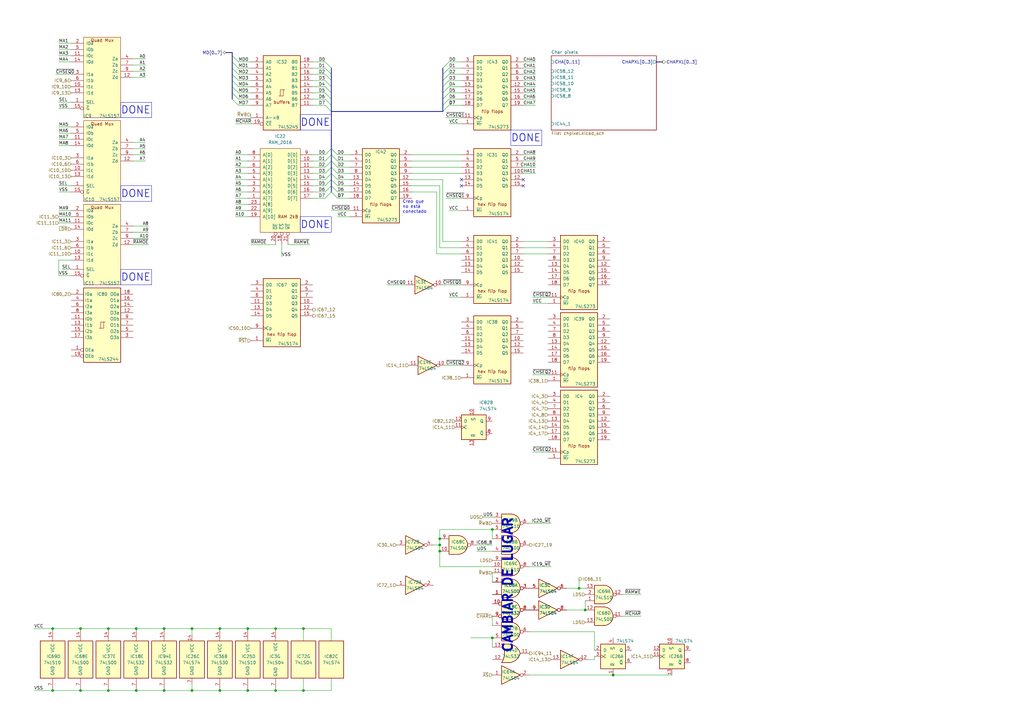
<source format=kicad_sch>
(kicad_sch (version 20231120) (generator "eeschema") (generator_version "8.0")
  (paper "A3")
  (junction (at 101.6 283.21))
  (junction (at 90.17 257.81))
  (junction (at 44.45 257.81))
  (junction (at 67.31 257.81))
  (junction (at 113.03 283.21))
  (junction (at 33.02 257.81))
  (junction (at 78.74 257.81))
  (junction (at 90.17 283.21))
  (junction (at 113.03 257.81))
  (junction (at 55.88 283.21))
  (junction (at 101.6 257.81))
  (junction (at 240.03 250.19))
  (junction (at 201.93 261.62))
  (junction (at 124.46 283.21))
  (junction (at 237.49 241.3))
  (junction (at 55.88 257.81))
  (junction (at 180.34 223.52))
  (junction (at 180.34 226.06))
  (junction (at 21.59 283.21))
  (junction (at 78.74 283.21))
  (junction (at 180.34 220.98))
  (junction (at 67.31 283.21))
  (junction (at 251.46 276.86))
  (junction (at 33.02 283.21))
  (junction (at 44.45 283.21))
  (junction (at 21.59 257.81))
  (junction (at 201.93 217.17))
  (junction (at 124.46 257.81))
  (no_connect (at 214.63 76.2))
  (no_connect (at 189.23 76.2))
  (no_connect (at 189.23 73.66))
  (no_connect (at 214.63 73.66))
  (bus_entry (at 95.25 25.4) (size 2.54 2.54))
  (bus_entry (at 133.35 27.94) (size 2.54 2.54))
  (bus_entry (at 133.35 38.1) (size 2.54 2.54))
  (bus_entry (at 133.35 76.2) (size 2.54 -2.54))
  (bus_entry (at 133.35 73.66) (size 2.54 -2.54))
  (bus_entry (at 95.25 27.94) (size 2.54 2.54))
  (bus_entry (at 184.15 25.4) (size -2.54 2.54))
  (bus_entry (at 138.43 78.74) (size -2.54 -2.54))
  (bus_entry (at 95.25 33.02) (size 2.54 2.54))
  (bus_entry (at 95.25 30.48) (size 2.54 2.54))
  (bus_entry (at 133.35 71.12) (size 2.54 -2.54))
  (bus_entry (at 184.15 43.18) (size -2.54 2.54))
  (bus_entry (at 184.15 30.48) (size -2.54 2.54))
  (bus_entry (at 95.25 22.86) (size 2.54 2.54))
  (bus_entry (at 133.35 66.04) (size 2.54 -2.54))
  (bus_entry (at 95.25 40.64) (size 2.54 2.54))
  (bus_entry (at 138.43 68.58) (size -2.54 -2.54))
  (bus_entry (at 138.43 71.12) (size -2.54 -2.54))
  (bus_entry (at 138.43 63.5) (size -2.54 -2.54))
  (bus_entry (at 133.35 78.74) (size 2.54 -2.54))
  (bus_entry (at 133.35 81.28) (size 2.54 -2.54))
  (bus_entry (at 138.43 81.28) (size -2.54 -2.54))
  (bus_entry (at 138.43 73.66) (size -2.54 -2.54))
  (bus_entry (at 184.15 40.64) (size -2.54 2.54))
  (bus_entry (at 133.35 68.58) (size 2.54 -2.54))
  (bus_entry (at 95.25 35.56) (size 2.54 2.54))
  (bus_entry (at 184.15 33.02) (size -2.54 2.54))
  (bus_entry (at 95.25 38.1) (size 2.54 2.54))
  (bus_entry (at 133.35 25.4) (size 2.54 2.54))
  (bus_entry (at 133.35 33.02) (size 2.54 2.54))
  (bus_entry (at 138.43 66.04) (size -2.54 -2.54))
  (bus_entry (at 133.35 35.56) (size 2.54 2.54))
  (bus_entry (at 184.15 27.94) (size -2.54 2.54))
  (bus_entry (at 138.43 76.2) (size -2.54 -2.54))
  (bus_entry (at 133.35 40.64) (size 2.54 2.54))
  (bus_entry (at 133.35 63.5) (size 2.54 -2.54))
  (bus_entry (at 184.15 35.56) (size -2.54 2.54))
  (bus_entry (at 184.15 38.1) (size -2.54 2.54))
  (bus_entry (at 133.35 30.48) (size 2.54 2.54))
  (bus_entry (at 133.35 43.18) (size 2.54 2.54))
  (bus (pts (xy 135.89 33.02) (xy 135.89 35.56)))
  (wire (pts (xy 138.43 71.12) (xy 143.51 71.12)))
  (wire (pts (xy 219.71 71.12) (xy 214.63 71.12)))
  (wire (pts (xy 78.74 283.21) (xy 67.31 283.21)))
  (bus (pts (xy 95.25 40.64) (xy 95.25 38.1)))
  (wire (pts (xy 78.74 280.67) (xy 78.74 283.21)))
  (wire (pts (xy 168.91 73.66) (xy 181.61 73.66)))
  (wire (pts (xy 13.97 257.81) (xy 21.59 257.81)))
  (wire (pts (xy 181.61 73.66) (xy 181.61 99.06)))
  (wire (pts (xy 184.15 33.02) (xy 189.23 33.02)))
  (wire (pts (xy 180.34 217.17) (xy 201.93 217.17)))
  (wire (pts (xy 179.07 104.14) (xy 189.23 104.14)))
  (wire (pts (xy 124.46 262.89) (xy 124.46 257.81)))
  (wire (pts (xy 24.13 44.45) (xy 29.21 44.45)))
  (wire (pts (xy 128.27 38.1) (xy 133.35 38.1)))
  (wire (pts (xy 214.63 38.1) (xy 219.71 38.1)))
  (bus (pts (xy 135.89 38.1) (xy 135.89 40.64)))
  (wire (pts (xy 184.15 50.8) (xy 189.23 50.8)))
  (bus (pts (xy 95.25 25.4) (xy 95.25 22.86)))
  (bus (pts (xy 135.89 40.64) (xy 135.89 43.18)))
  (wire (pts (xy 201.93 217.17) (xy 201.93 220.98)))
  (wire (pts (xy 138.43 68.58) (xy 143.51 68.58)))
  (wire (pts (xy 24.13 25.4) (xy 29.21 25.4)))
  (wire (pts (xy 13.97 283.21) (xy 21.59 283.21)))
  (wire (pts (xy 25.4 110.49) (xy 29.21 110.49)))
  (bus (pts (xy 95.25 22.86) (xy 95.25 21.59)))
  (wire (pts (xy 96.52 71.12) (xy 101.6 71.12)))
  (wire (pts (xy 214.63 43.18) (xy 219.71 43.18)))
  (bus (pts (xy 181.61 35.56) (xy 181.61 38.1)))
  (wire (pts (xy 168.91 78.74) (xy 179.07 78.74)))
  (wire (pts (xy 97.79 43.18) (xy 102.87 43.18)))
  (wire (pts (xy 21.59 257.81) (xy 33.02 257.81)))
  (wire (pts (xy 97.79 27.94) (xy 102.87 27.94)))
  (wire (pts (xy 262.89 243.84) (xy 255.27 243.84)))
  (wire (pts (xy 219.71 66.04) (xy 214.63 66.04)))
  (wire (pts (xy 135.89 86.36) (xy 143.51 86.36)))
  (wire (pts (xy 78.74 257.81) (xy 90.17 257.81)))
  (wire (pts (xy 115.57 105.41) (xy 115.57 100.33)))
  (wire (pts (xy 219.71 68.58) (xy 214.63 68.58)))
  (wire (pts (xy 241.3 270.51) (xy 243.84 270.51)))
  (bus (pts (xy 135.89 43.18) (xy 135.89 45.72)))
  (wire (pts (xy 158.75 116.84) (xy 166.37 116.84)))
  (wire (pts (xy 182.88 48.26) (xy 189.23 48.26)))
  (wire (pts (xy 78.74 283.21) (xy 90.17 283.21)))
  (wire (pts (xy 219.71 63.5) (xy 214.63 63.5)))
  (bus (pts (xy 95.25 30.48) (xy 95.25 27.94)))
  (wire (pts (xy 180.34 76.2) (xy 180.34 101.6)))
  (wire (pts (xy 54.61 31.75) (xy 59.69 31.75)))
  (wire (pts (xy 138.43 66.04) (xy 143.51 66.04)))
  (wire (pts (xy 24.13 78.74) (xy 29.21 78.74)))
  (bus (pts (xy 135.89 73.66) (xy 135.89 76.2)))
  (wire (pts (xy 97.79 38.1) (xy 102.87 38.1)))
  (wire (pts (xy 214.63 101.6) (xy 224.79 101.6)))
  (wire (pts (xy 218.44 124.46) (xy 224.79 124.46)))
  (wire (pts (xy 218.44 121.92) (xy 224.79 121.92)))
  (wire (pts (xy 124.46 257.81) (xy 113.03 257.81)))
  (wire (pts (xy 128.27 35.56) (xy 133.35 35.56)))
  (wire (pts (xy 184.15 27.94) (xy 189.23 27.94)))
  (wire (pts (xy 96.52 76.2) (xy 101.6 76.2)))
  (wire (pts (xy 60.96 92.71) (xy 54.61 92.71)))
  (wire (pts (xy 201.93 252.73) (xy 201.93 256.54)))
  (wire (pts (xy 44.45 257.81) (xy 55.88 257.81)))
  (wire (pts (xy 168.91 63.5) (xy 189.23 63.5)))
  (wire (pts (xy 214.63 35.56) (xy 219.71 35.56)))
  (wire (pts (xy 96.52 86.36) (xy 101.6 86.36)))
  (bus (pts (xy 135.89 45.72) (xy 135.89 60.96)))
  (wire (pts (xy 96.52 50.8) (xy 102.87 50.8)))
  (wire (pts (xy 135.89 262.89) (xy 135.89 257.81)))
  (wire (pts (xy 168.91 76.2) (xy 180.34 76.2)))
  (wire (pts (xy 67.31 257.81) (xy 78.74 257.81)))
  (bus (pts (xy 269.24 25.4) (xy 271.78 25.4)))
  (wire (pts (xy 90.17 283.21) (xy 101.6 283.21)))
  (wire (pts (xy 78.74 260.35) (xy 78.74 257.81)))
  (wire (pts (xy 240.03 241.3) (xy 237.49 241.3)))
  (bus (pts (xy 135.89 68.58) (xy 135.89 71.12)))
  (wire (pts (xy 128.27 27.94) (xy 133.35 27.94)))
  (wire (pts (xy 128.27 25.4) (xy 133.35 25.4)))
  (wire (pts (xy 214.63 99.06) (xy 224.79 99.06)))
  (wire (pts (xy 195.58 226.06) (xy 201.93 226.06)))
  (wire (pts (xy 128.27 71.12) (xy 133.35 71.12)))
  (wire (pts (xy 138.43 63.5) (xy 143.51 63.5)))
  (wire (pts (xy 97.79 40.64) (xy 102.87 40.64)))
  (wire (pts (xy 214.63 30.48) (xy 219.71 30.48)))
  (wire (pts (xy 184.15 35.56) (xy 189.23 35.56)))
  (wire (pts (xy 24.13 41.91) (xy 29.21 41.91)))
  (wire (pts (xy 96.52 63.5) (xy 101.6 63.5)))
  (bus (pts (xy 135.89 27.94) (xy 135.89 30.48)))
  (wire (pts (xy 128.27 43.18) (xy 133.35 43.18)))
  (wire (pts (xy 128.27 63.5) (xy 133.35 63.5)))
  (wire (pts (xy 96.52 88.9) (xy 101.6 88.9)))
  (wire (pts (xy 180.34 223.52) (xy 180.34 226.06)))
  (wire (pts (xy 44.45 283.21) (xy 55.88 283.21)))
  (wire (pts (xy 237.49 237.49) (xy 237.49 241.3)))
  (wire (pts (xy 24.13 91.44) (xy 29.21 91.44)))
  (wire (pts (xy 243.84 259.08) (xy 243.84 266.7)))
  (wire (pts (xy 180.34 226.06) (xy 180.34 232.41)))
  (wire (pts (xy 193.04 261.62) (xy 201.93 261.62)))
  (wire (pts (xy 33.02 283.21) (xy 44.45 283.21)))
  (bus (pts (xy 181.61 43.18) (xy 181.61 45.72)))
  (wire (pts (xy 232.41 241.3) (xy 237.49 241.3)))
  (wire (pts (xy 138.43 88.9) (xy 143.51 88.9)))
  (wire (pts (xy 180.34 101.6) (xy 189.23 101.6)))
  (bus (pts (xy 135.89 35.56) (xy 135.89 38.1)))
  (bus (pts (xy 181.61 40.64) (xy 181.61 43.18)))
  (wire (pts (xy 201.93 261.62) (xy 201.93 265.43)))
  (wire (pts (xy 128.27 68.58) (xy 133.35 68.58)))
  (wire (pts (xy 24.13 52.07) (xy 29.21 52.07)))
  (wire (pts (xy 182.88 81.28) (xy 189.23 81.28)))
  (wire (pts (xy 54.61 26.67) (xy 59.69 26.67)))
  (bus (pts (xy 135.89 63.5) (xy 135.89 66.04)))
  (wire (pts (xy 138.43 76.2) (xy 143.51 76.2)))
  (wire (pts (xy 168.91 71.12) (xy 189.23 71.12)))
  (wire (pts (xy 138.43 73.66) (xy 143.51 73.66)))
  (wire (pts (xy 24.13 59.69) (xy 29.21 59.69)))
  (wire (pts (xy 214.63 27.94) (xy 219.71 27.94)))
  (wire (pts (xy 180.34 220.98) (xy 180.34 223.52)))
  (wire (pts (xy 135.89 283.21) (xy 124.46 283.21)))
  (wire (pts (xy 214.63 25.4) (xy 219.71 25.4)))
  (wire (pts (xy 180.34 220.98) (xy 180.34 217.17)))
  (wire (pts (xy 24.13 20.32) (xy 29.21 20.32)))
  (wire (pts (xy 251.46 276.86) (xy 275.59 276.86)))
  (wire (pts (xy 60.96 97.79) (xy 54.61 97.79)))
  (wire (pts (xy 54.61 66.04) (xy 59.69 66.04)))
  (wire (pts (xy 128.27 30.48) (xy 133.35 30.48)))
  (wire (pts (xy 214.63 40.64) (xy 219.71 40.64)))
  (wire (pts (xy 97.79 25.4) (xy 102.87 25.4)))
  (bus (pts (xy 135.89 30.48) (xy 135.89 33.02)))
  (wire (pts (xy 96.52 66.04) (xy 101.6 66.04)))
  (wire (pts (xy 184.15 30.48) (xy 189.23 30.48)))
  (wire (pts (xy 201.93 234.95) (xy 201.93 238.76)))
  (wire (pts (xy 201.93 232.41) (xy 180.34 232.41)))
  (wire (pts (xy 24.13 86.36) (xy 29.21 86.36)))
  (bus (pts (xy 95.25 27.94) (xy 95.25 25.4)))
  (wire (pts (xy 24.13 76.2) (xy 29.21 76.2)))
  (bus (pts (xy 135.89 71.12) (xy 135.89 73.66)))
  (wire (pts (xy 184.15 43.18) (xy 189.23 43.18)))
  (bus (pts (xy 135.89 66.04) (xy 135.89 68.58)))
  (wire (pts (xy 240.03 250.19) (xy 232.41 250.19)))
  (wire (pts (xy 128.27 81.28) (xy 133.35 81.28)))
  (bus (pts (xy 181.61 38.1) (xy 181.61 40.64)))
  (wire (pts (xy 218.44 185.42) (xy 224.79 185.42)))
  (wire (pts (xy 90.17 257.81) (xy 101.6 257.81)))
  (wire (pts (xy 128.27 78.74) (xy 133.35 78.74)))
  (wire (pts (xy 24.13 88.9) (xy 29.21 88.9)))
  (wire (pts (xy 243.84 270.51) (xy 243.84 269.24)))
  (wire (pts (xy 127 100.33) (xy 118.11 100.33)))
  (wire (pts (xy 97.79 33.02) (xy 102.87 33.02)))
  (bus (pts (xy 95.25 35.56) (xy 95.25 33.02)))
  (wire (pts (xy 24.13 57.15) (xy 29.21 57.15)))
  (bus (pts (xy 95.25 38.1) (xy 95.25 35.56)))
  (wire (pts (xy 201.93 223.52) (xy 195.58 223.52)))
  (wire (pts (xy 168.91 66.04) (xy 189.23 66.04)))
  (bus (pts (xy 181.61 33.02) (xy 181.61 35.56)))
  (wire (pts (xy 184.15 86.36) (xy 189.23 86.36)))
  (wire (pts (xy 184.15 40.64) (xy 189.23 40.64)))
  (wire (pts (xy 33.02 257.81) (xy 44.45 257.81)))
  (wire (pts (xy 101.6 257.81) (xy 113.03 257.81)))
  (wire (pts (xy 217.17 276.86) (xy 251.46 276.86)))
  (bus (pts (xy 95.25 33.02) (xy 95.25 30.48)))
  (bus (pts (xy 92.71 21.59) (xy 95.25 21.59)))
  (wire (pts (xy 55.88 283.21) (xy 67.31 283.21)))
  (bus (pts (xy 181.61 45.72) (xy 135.89 45.72)))
  (wire (pts (xy 113.03 100.33) (xy 102.87 100.33)))
  (wire (pts (xy 168.91 68.58) (xy 189.23 68.58)))
  (wire (pts (xy 184.15 38.1) (xy 189.23 38.1)))
  (wire (pts (xy 179.07 78.74) (xy 179.07 104.14)))
  (wire (pts (xy 135.89 278.13) (xy 135.89 283.21)))
  (wire (pts (xy 128.27 40.64) (xy 133.35 40.64)))
  (wire (pts (xy 128.27 73.66) (xy 133.35 73.66)))
  (wire (pts (xy 97.79 35.56) (xy 102.87 35.56)))
  (wire (pts (xy 181.61 99.06) (xy 189.23 99.06)))
  (wire (pts (xy 54.61 24.13) (xy 59.69 24.13)))
  (wire (pts (xy 184.15 25.4) (xy 189.23 25.4)))
  (bus (pts (xy 181.61 27.94) (xy 181.61 30.48)))
  (wire (pts (xy 97.79 30.48) (xy 102.87 30.48)))
  (wire (pts (xy 24.13 106.68) (xy 29.21 106.68)))
  (wire (pts (xy 96.52 73.66) (xy 101.6 73.66)))
  (wire (pts (xy 102.87 46.99) (xy 102.87 48.26)))
  (wire (pts (xy 262.89 252.73) (xy 255.27 252.73)))
  (bus (pts (xy 135.89 60.96) (xy 135.89 63.5)))
  (wire (pts (xy 24.13 106.68) (xy 24.13 113.03)))
  (wire (pts (xy 214.63 104.14) (xy 224.79 104.14)))
  (wire (pts (xy 96.52 83.82) (xy 101.6 83.82)))
  (wire (pts (xy 59.69 58.42) (xy 54.61 58.42)))
  (wire (pts (xy 54.61 60.96) (xy 59.69 60.96)))
  (bus (pts (xy 135.89 76.2) (xy 135.89 78.74)))
  (wire (pts (xy 24.13 22.86) (xy 29.21 22.86)))
  (wire (pts (xy 54.61 95.25) (xy 60.96 95.25)))
  (wire (pts (xy 101.6 283.21) (xy 113.03 283.21)))
  (wire (pts (xy 243.84 259.08) (xy 217.17 259.08)))
  (wire (pts (xy 124.46 278.13) (xy 124.46 283.21)))
  (wire (pts (xy 128.27 76.2) (xy 133.35 76.2)))
  (wire (pts (xy 138.43 81.28) (xy 143.51 81.28)))
  (bus (pts (xy 181.61 30.48) (xy 181.61 33.02)))
  (wire (pts (xy 184.15 121.92) (xy 189.23 121.92)))
  (wire (pts (xy 198.12 212.09) (xy 201.93 212.09)))
  (wire (pts (xy 60.96 100.33) (xy 54.61 100.33)))
  (wire (pts (xy 135.89 257.81) (xy 124.46 257.81)))
  (wire (pts (xy 24.13 113.03) (xy 29.21 113.03)))
  (wire (pts (xy 96.52 78.74) (xy 101.6 78.74)))
  (wire (pts (xy 138.43 78.74) (xy 143.51 78.74)))
  (wire (pts (xy 181.61 116.84) (xy 189.23 116.84)))
  (wire (pts (xy 21.59 283.21) (xy 33.02 283.21)))
  (wire (pts (xy 182.88 149.86) (xy 189.23 149.86)))
  (wire (pts (xy 54.61 29.21) (xy 59.69 29.21)))
  (wire (pts (xy 226.06 232.41) (xy 217.17 232.41)))
  (wire (pts (xy 214.63 33.02) (xy 219.71 33.02)))
  (wire (pts (xy 177.8 223.52) (xy 180.34 223.52)))
  (wire (pts (xy 128.27 66.04) (xy 133.35 66.04)))
  (wire (pts (xy 124.46 283.21) (xy 113.03 283.21)))
  (wire (pts (xy 96.52 68.58) (xy 101.6 68.58)))
  (wire (pts (xy 240.03 246.38) (xy 240.03 250.19)))
  (wire (pts (xy 128.27 33.02) (xy 133.35 33.02)))
  (wire (pts (xy 24.13 54.61) (xy 29.21 54.61)))
  (wire (pts (xy 218.44 153.67) (xy 224.79 153.67)))
  (wire (pts (xy 55.88 257.81) (xy 67.31 257.81)))
  (wire (pts (xy 54.61 63.5) (xy 59.69 63.5)))
  (wire (pts (xy 96.52 81.28) (xy 101.6 81.28)))
  (wire (pts (xy 22.86 30.48) (xy 29.21 30.48)))
  (wire (pts (xy 24.13 17.78) (xy 29.21 17.78)))
  (wire (pts (xy 226.06 214.63) (xy 217.17 214.63)))
  (rectangle (start 49.53 76.2) (end 62.23 82.55) (fill (type color) (color 255 255 255 1)))
  (rectangle (start 49.53 41.91) (end 62.23 48.26) (fill (type color) (color 255 255 255 1)))
  (rectangle (start 49.53 110.49) (end 62.23 116.84) (fill (type color) (color 255 255 255 1)))
  (rectangle (start 123.19 88.9) (end 135.89 95.25) (fill (type color) (color 255 255 255 1)))
  (rectangle (start 209.55 53.34) (end 222.25 59.69) (fill (type color) (color 255 255 255 1)))
  (rectangle (start 123.19 46.99) (end 135.89 53.34) (fill (type color) (color 255 255 255 1)))
  (text "DONE" (at 49.53 81.28 0) (effects (font (size 3 3) (thickness 0.254) (bold yes)) (justify left bottom)))
  (text "CAMBIAR DE LUGAR\n" (at 208.28 240.03 90) (effects (font (size 3.81 3.81) (thickness 0.762) (bold yes))))
  (text "DONE" (at 209.55 58.42 0) (effects (font (size 3 3) (thickness 0.254) (bold yes)) (justify left bottom)))
  (text "DONE" (at 123.19 93.98 0) (effects (font (size 3 3) (thickness 0.254) (bold yes)) (justify left bottom)))
  (text "DONE" (at 49.53 46.99 0) (effects (font (size 3 3) (thickness 0.254) (bold yes)) (justify left bottom)))
  (text "Creo que\nno está\nconectado" (at 165.1 87.63 0) (effects (font (size 1.27 1.27)) (justify left bottom)))
  (text "DONE" (at 123.19 52.07 0) (effects (font (size 3 3) (thickness 0.254) (bold yes)) (justify left bottom)))
  (text "DONE" (at 49.53 115.57 0) (effects (font (size 3 3) (thickness 0.254) (bold yes)) (justify left bottom)))
  (label "A6" (at 59.69 63.5 180))
  (label "CHA1" (at 219.71 27.94 180))
  (label "UDS" (at 195.58 226.06 0))
  (label "CHA10" (at 219.71 68.58 180))
  (label "A2" (at 59.69 29.21 180))
  (label "VCC" (at 138.43 88.9 0))
  (label "VSS" (at 24.13 113.03 0))
  (label "D3" (at 133.35 33.02 180))
  (label "MA6" (at 24.13 54.61 0))
  (label "MD3" (at 97.79 33.02 0))
  (label "CHA7" (at 219.71 43.18 180))
  (label "MA8" (at 24.13 59.69 0))
  (label "MA3" (at 24.13 22.86 0))
  (label "A1" (at 96.52 66.04 0))
  (label "A2" (at 96.52 68.58 0))
  (label "A5" (at 59.69 60.96 180))
  (label "VSS" (at 13.97 283.21 0))
  (label "D0" (at 138.43 63.5 0))
  (label "A6" (at 96.52 78.74 0))
  (label "D6" (at 133.35 40.64 180))
  (label "SEL" (at 24.13 76.2 0))
  (label "MD6" (at 97.79 40.64 0))
  (label "D4" (at 184.15 35.56 0))
  (label "VCC" (at 13.97 257.81 0))
  (label "VCC" (at 184.15 86.36 0))
  (label "A4" (at 59.69 58.42 180))
  (label "CHA9" (at 219.71 66.04 180))
  (label "D0" (at 133.35 25.4 180))
  (label "A0" (at 96.52 63.5 0))
  (label "CHA0" (at 219.71 25.4 180))
  (label "D6" (at 184.15 40.64 0))
  (label "A0" (at 59.69 24.13 180))
  (label "A3" (at 59.69 31.75 180))
  (label "MA1" (at 24.13 17.78 0))
  (label "A7" (at 59.69 66.04 180))
  (label "MD2" (at 97.79 30.48 0))
  (label "CHA8" (at 219.71 63.5 180))
  (label "D5" (at 133.35 38.1 180))
  (label "D5" (at 138.43 76.2 0))
  (label "VSS" (at 115.57 105.41 0))
  (label "SEL" (at 24.13 41.91 0))
  (label "~{MCHAR}" (at 262.89 252.73 180))
  (label "CHA4" (at 219.71 35.56 180))
  (label "CHA3" (at 219.71 33.02 180))
  (label "D6" (at 138.43 78.74 0))
  (label "VCC" (at 184.15 50.8 0))
  (label "D1" (at 138.43 66.04 0))
  (label "A10" (at 96.52 88.9 0))
  (label "~{CHSEQ0}" (at 22.86 30.48 0))
  (label "D1" (at 133.35 66.04 180))
  (label "A5" (at 96.52 76.2 0))
  (label "D5" (at 133.35 76.2 180))
  (label "D7" (at 138.43 81.28 0))
  (label "A8" (at 60.96 92.71 180))
  (label "UDS" (at 198.12 212.09 0))
  (label "IC68_8" (at 201.93 223.52 180))
  (label "~{CHSEQ2}" (at 218.44 121.92 0))
  (label "~{CHSEQ2}" (at 218.44 185.42 0))
  (label "MA4" (at 24.13 25.4 0))
  (label "MD0" (at 97.79 25.4 0))
  (label "MD4" (at 97.79 35.56 0))
  (label "D2" (at 133.35 68.58 180))
  (label "~{CHSEQ1}" (at 182.88 48.26 0))
  (label "VSS" (at 24.13 78.74 0))
  (label "D3" (at 184.15 33.02 0))
  (label "VCC" (at 218.44 124.46 0))
  (label "D7" (at 184.15 43.18 0))
  (label "MD7" (at 97.79 43.18 0))
  (label "D0" (at 133.35 63.5 180))
  (label "D0" (at 184.15 25.4 0))
  (label "MD5" (at 97.79 38.1 0))
  (label "CHSEQ0" (at 158.75 116.84 0))
  (label "MD1" (at 97.79 27.94 0))
  (label "VCC" (at 184.15 121.92 0))
  (label "D1" (at 184.15 27.94 0))
  (label "A4" (at 96.52 73.66 0))
  (label "~{CHSEQ0}" (at 181.61 116.84 0))
  (label "IC20_~{WE}" (at 226.06 214.63 180))
  (label "D7" (at 138.43 81.28 0))
  (label "D7" (at 133.35 81.28 180))
  (label "D4" (at 133.35 35.56 180))
  (label "D5" (at 184.15 38.1 0))
  (label "~{RAMWE}" (at 127 100.33 180))
  (label "MA7" (at 24.13 57.15 0))
  (label "A9" (at 96.52 86.36 0))
  (label "D4" (at 133.35 73.66 180))
  (label "CHA11" (at 219.71 71.12 180))
  (label "MA11" (at 24.13 91.44 0))
  (label "CHA2" (at 219.71 30.48 180))
  (label "~{CHSEQ2}" (at 182.88 149.86 0))
  (label "CHA6" (at 219.71 40.64 180))
  (label "~{RAMOE}" (at 102.87 100.33 0))
  (label "~{CHSEQ2}" (at 218.44 153.67 0))
  (label "IC19_~{WE}" (at 226.06 232.41 180))
  (label "D6" (at 133.35 78.74 180))
  (label "D1" (at 133.35 27.94 180))
  (label "A1" (at 59.69 26.67 180))
  (label "A3" (at 96.52 71.12 0))
  (label "A7" (at 96.52 81.28 0))
  (label "D3" (at 138.43 71.12 0))
  (label "D2" (at 184.15 30.48 0))
  (label "SEL" (at 25.4 110.49 0))
  (label "A9" (at 60.96 95.25 180))
  (label "A8" (at 96.52 83.82 0))
  (label "D2" (at 133.35 30.48 180))
  (label "~{RAMOE}" (at 60.96 100.33 180))
  (label "MA5" (at 24.13 52.07 0))
  (label "~{CHSEQ1}" (at 182.88 81.28 0))
  (label "~{CHSEQ0}" (at 135.89 86.36 0))
  (label "A10" (at 60.96 97.79 180))
  (label "D2" (at 138.43 68.58 0))
  (label "D4" (at 138.43 73.66 0))
  (label "D7" (at 184.15 43.18 0))
  (label "MA9" (at 24.13 86.36 0))
  (label "~{RAMWE}" (at 262.89 243.84 180))
  (label "D7" (at 133.35 43.18 180))
  (label "VSS" (at 24.13 44.45 0))
  (label "CHA5" (at 219.71 38.1 180))
  (label "~{MCHAR}" (at 96.52 50.8 0))
  (label "D3" (at 133.35 71.12 180))
  (label "MA10" (at 24.13 88.9 0))
  (label "MA2" (at 24.13 20.32 0))
  (hierarchical_label "IC50_10" (shape input) (at 102.87 134.62 180))
  (hierarchical_label "IC82_12" (shape input) (at 186.69 172.72 180))
  (hierarchical_label "IC30_4" (shape input) (at 162.56 223.52 180))
  (hierarchical_label "IC66_11" (shape output) (at 237.49 237.49 0))
  (hierarchical_label "IC67_15" (shape output) (at 128.27 129.54 0))
  (hierarchical_label "~{AS}" (shape input) (at 201.93 276.86 180))
  (hierarchical_label "IC4_13" (shape input) (at 224.79 172.72 180))
  (hierarchical_label "IC9_10" (shape input) (at 29.21 35.56 180))
  (hierarchical_label "IC14_11" (shape input) (at 167.64 149.86 180))
  (hierarchical_label "IC11_5" (shape input) (at 24.13 88.9 180))
  (hierarchical_label "IC10_6" (shape input) (at 29.21 67.31 180))
  (hierarchical_label "~{R}WB" (shape input) (at 102.87 46.99 180))
  (hierarchical_label "~{R}WB" (shape input) (at 201.93 214.63 180))
  (hierarchical_label "IC94_11" (shape output) (at 217.17 267.97 0))
  (hierarchical_label "IC80_2" (shape input) (at 29.21 120.65 180))
  (hierarchical_label "IC38_1" (shape input) (at 224.79 156.21 180))
  (hierarchical_label "IC9_13" (shape input) (at 29.21 38.1 180))
  (hierarchical_label "IC4_3" (shape input) (at 224.79 162.56 180))
  (hierarchical_label "~{LDR}" (shape input) (at 29.21 93.98 180))
  (hierarchical_label "IC4_4" (shape input) (at 224.79 165.1 180))
  (hierarchical_label "IC11_10" (shape input) (at 29.21 104.14 180))
  (hierarchical_label "IC14_11" (shape input) (at 267.97 269.24 180))
  (hierarchical_label "~{CHAR}" (shape input) (at 201.93 252.73 180))
  (hierarchical_label "LDS" (shape input) (at 240.03 243.84 180))
  (hierarchical_label "~{R}WB" (shape input) (at 201.93 234.95 180))
  (hierarchical_label "CHAPXL[0..3]" (shape output) (at 271.78 25.4 0))
  (hierarchical_label "IC72_1" (shape input) (at 162.56 240.03 180))
  (hierarchical_label "IC4_7" (shape input) (at 224.79 167.64 180))
  (hierarchical_label "IC10_13" (shape input) (at 29.21 72.39 180))
  (hierarchical_label "IC9_6" (shape input) (at 29.21 33.02 180))
  (hierarchical_label "IC27_19" (shape output) (at 217.17 223.52 0))
  (hierarchical_label "IC4_17" (shape input) (at 224.79 177.8 180))
  (hierarchical_label "IC67_12" (shape output) (at 128.27 127 0))
  (hierarchical_label "MD[0..7]" (shape bidirectional) (at 92.71 21.59 180))
  (hierarchical_label "IC4_8" (shape input) (at 224.79 170.18 180))
  (hierarchical_label "~{RST}" (shape input) (at 102.87 139.7 180))
  (hierarchical_label "IC10_3" (shape input) (at 29.21 64.77 180))
  (hierarchical_label "IC10_10" (shape input) (at 29.21 69.85 180))
  (hierarchical_label "UDS" (shape input) (at 198.12 212.09 180))
  (hierarchical_label "LDS" (shape input) (at 201.93 229.87 180))
  (hierarchical_label "IC14_13" (shape input) (at 226.06 270.51 180))
  (hierarchical_label "LDS" (shape input) (at 240.03 255.27 180))
  (hierarchical_label "IC11_11" (shape input) (at 24.13 91.44 180))
  (hierarchical_label "IC11_6" (shape input) (at 29.21 101.6 180))
  (hierarchical_label "IC11_3" (shape input) (at 29.21 99.06 180))
  (hierarchical_label "IC4_14" (shape input) (at 224.79 175.26 180))
  (hierarchical_label "IC38_1" (shape input) (at 189.23 154.94 180))
  (hierarchical_label "IC14_11" (shape input) (at 186.69 175.26 180))
  (symbol (lib_id "74xx:74LS32") (at 219.71 313.69 0) (unit 1)
    (property "Reference" "IC94" (at 219.71 312.42 0))
    (property "Value" "74LS32" (at 219.71 314.96 0))
    (property "Datasheet" "http://www.ti.com/lit/gpn/sn74LS32" (effects (hide yes)))
  )
  (symbol (lib_id "jt74:74LS04") (at 250.19 321.31 0) (unit 3)
    (property "Reference" "IC72" (at 250.19 320.04 0))
    (property "Value" "74LS04" (at 250.19 322.58 0))
    (property "Datasheet" "http://www.ti.com/lit/gpn/sn74LS04" (effects (hide yes)))
    (property "Description" "Hex Inverter" (effects (hide yes)))
  )
  (symbol (lib_id "74xx:74LS04") (at 209.55 276.86 0) (unit 1)
    (property "Reference" "IC64" (at 205.74 275.59 0) (effects (justify left)))
    (property "Value" "74LS04" (at 209.55 278.13 0))
    (property "Datasheet" "http://www.ti.com/lit/gpn/sn74LS04" (effects (hide yes)))
  )
  (symbol (lib_id "jt74:74LS244") (at 41.91 133.35 0) (unit 1)
    (property "Reference" "IC80" (at 41.91 120.65 0))
    (property "Value" "74LS244" (at 44.45 147.32 0))
    (property "Datasheet" "http://www.ti.com/lit/gpn/sn74LS244" (effects (hide yes)))
    (property "Description" "8-bit Bus Buffer 3-State outputs" (effects (hide yes)))
  )
  (symbol (lib_id "74xx:74LS32") (at 209.55 250.19 0) (mirror x) (unit 3) (convert 2)
    (property "Reference" "IC18" (at 209.55 248.92 0))
    (property "Value" "74LS32" (at 209.55 251.46 0))
    (property "Datasheet" "http://www.ti.com/lit/gpn/sn74LS32" (effects (hide yes)))
  )
  (symbol (lib_id "jt74:74LS273") (at 237.49 175.26 0) (unit 1)
    (property "Reference" "IC4" (at 237.49 162.56 0))
    (property "Value" "74LS273" (at 240.03 189.23 0))
    (property "Datasheet" "http://www.ti.com/lit/gpn/sn74LS273" (effects (hide yes)))
    (property "Description" "8-bit D Flip-Flop, reset" (effects (hide yes)))
  )
  (symbol (lib_id "74xx:74LS10") (at 209.55 214.63 0) (unit 2)
    (property "Reference" "IC69" (at 209.55 213.36 0))
    (property "Value" "74LS10" (at 209.55 215.9 0))
    (property "Datasheet" "http://www.ti.com/lit/gpn/sn74LS10" (effects (hide yes)))
  )
  (symbol (lib_id "jt74:74LS04") (at 250.19 363.22 0) (unit 6)
    (property "Reference" "IC72" (at 250.19 361.95 0))
    (property "Value" "74LS04" (at 250.19 364.49 0))
    (property "Datasheet" "http://www.ti.com/lit/gpn/sn74LS04" (effects (hide yes)))
    (property "Description" "Hex Inverter" (effects (hide yes)))
  )
  (symbol (lib_id "jt74:74LS04") (at 170.18 223.52 0) (unit 2)
    (property "Reference" "IC72" (at 166.37 222.25 0) (effects (justify left)))
    (property "Value" "74LS04" (at 170.18 224.79 0))
    (property "Datasheet" "http://www.ti.com/lit/gpn/sn74LS04" (effects (hide yes)))
    (property "Description" "Hex Inverter" (effects (hide yes)))
  )
  (symbol (lib_id "74xx:74LS32") (at 55.88 270.51 0) (unit 5)
    (property "Reference" "IC18" (at 53.34 269.24 0) (effects (justify left)))
    (property "Value" "74LS32" (at 52.07 271.78 0) (effects (justify left)))
    (property "Datasheet" "http://www.ti.com/lit/gpn/sn74LS32" (effects (hide yes)))
  )
  (symbol (lib_id "jt74:74LS174") (at 201.93 109.22 0) (unit 1)
    (property "Reference" "IC41" (at 201.93 99.06 0))
    (property "Value" "74LS174" (at 204.47 123.19 0))
    (property "Datasheet" "http://www.ti.com/lit/gpn/sn74LS174" (effects (hide yes)))
  )
  (symbol (lib_id "74xx:74LS00") (at 33.02 270.51 0) (unit 5)
    (property "Reference" "IC68" (at 30.48 269.24 0) (effects (justify left)))
    (property "Value" "74LS00" (at 29.21 271.78 0) (effects (justify left)))
    (property "Datasheet" "http://www.ti.com/lit/gpn/sn74ls00" (effects (hide yes)))
  )
  (symbol (lib_id "74xx:74LS74") (at 78.74 270.51 0) (unit 3)
    (property "Reference" "IC26" (at 76.2 269.24 0) (effects (justify left)))
    (property "Value" "74LS74" (at 74.93 271.78 0) (effects (justify left)))
    (property "Datasheet" "74xx/74hc_hct74.pdf" (effects (hide yes)))
  )
  (symbol (lib_id "jt74:74LS174") (at 201.93 142.24 0) (unit 1)
    (property "Reference" "IC38" (at 201.93 132.08 0))
    (property "Value" "74LS174" (at 204.47 156.21 0))
    (property "Datasheet" "http://www.ti.com/lit/gpn/sn74LS174" (effects (hide yes)))
    (property "Description" "Hex D-type Flip-Flop, reset" (effects (hide yes)))
  )
  (symbol (lib_id "74xx:74LS04") (at 175.26 149.86 0) (unit 5)
    (property "Reference" "IC14" (at 171.45 148.59 0) (effects (justify left)))
    (property "Value" "74LS04" (at 175.26 151.13 0))
    (property "Datasheet" "http://www.ti.com/lit/gpn/sn74LS04" (effects (hide yes)))
  )
  (symbol (lib_id "jt74:74LS273") (at 237.49 111.76 0) (unit 1)
    (property "Reference" "IC40" (at 237.49 99.06 0))
    (property "Value" "74LS273" (at 240.03 125.73 0))
    (property "Datasheet" "http://www.ti.com/lit/gpn/sn74LS273" (effects (hide yes)))
  )
  (symbol (lib_id "74xx:74LS32") (at 67.31 270.51 0) (unit 5)
    (property "Reference" "IC94" (at 64.77 269.24 0) (effects (justify left)))
    (property "Value" "74LS32" (at 63.5 271.78 0) (effects (justify left)))
    (property "Datasheet" "http://www.ti.com/lit/gpn/sn74LS32" (effects (hide yes)))
  )
  (symbol (lib_id "jt74:74LS04") (at 124.46 270.51 0) (unit 7)
    (property "Reference" "IC72" (at 124.46 269.24 0))
    (property "Value" "74LS04" (at 124.46 271.78 0))
    (property "Datasheet" "http://www.ti.com/lit/gpn/sn74LS04" (effects (hide yes)))
    (property "Description" "Hex Inverter" (effects (hide yes)))
  )
  (symbol (lib_id "74xx:74LS10") (at 209.55 232.41 0) (unit 3)
    (property "Reference" "IC69" (at 209.55 231.14 0))
    (property "Value" "74LS10" (at 209.55 233.68 0))
    (property "Datasheet" "http://www.ti.com/lit/gpn/sn74LS10" (effects (hide yes)))
  )
  (symbol (lib_id "jt74:74LS174") (at 201.93 73.66 0) (unit 1)
    (property "Reference" "IC31" (at 201.93 63.5 0))
    (property "Value" "74LS174" (at 204.47 87.63 0))
    (property "Datasheet" "http://www.ti.com/lit/gpn/sn74LS174" (effects (hide yes)))
  )
  (symbol (lib_id "jt74:74LS273") (at 201.93 38.1 0) (unit 1)
    (property "Reference" "IC43" (at 201.93 25.4 0))
    (property "Value" "74LS273" (at 204.47 52.07 0))
    (property "Datasheet" "http://www.ti.com/lit/gpn/sn74LS273" (effects (hide yes)))
  )
  (symbol (lib_id "74xx:74LS74") (at 275.59 269.24 0) (unit 2)
    (property "Reference" "IC26" (at 274.32 269.24 0) (effects (justify left)))
    (property "Value" "74LS74" (at 276.86 262.89 0) (effects (justify left)))
    (property "Datasheet" "74xx/74hc_hct74.pdf" (effects (hide yes)))
  )
  (symbol (lib_id "74xx:74LS10") (at 101.6 270.51 0) (unit 4)
    (property "Reference" "IC25" (at 99.06 269.24 0) (effects (justify left)))
    (property "Value" "74LS10" (at 97.79 271.78 0) (effects (justify left)))
    (property "Datasheet" "http://www.ti.com/lit/gpn/sn74LS10" (effects (hide yes)))
  )
  (symbol (lib_id "74xx:74LS32") (at 219.71 322.58 0) (unit 2)
    (property "Reference" "IC94" (at 219.71 321.31 0))
    (property "Value" "74LS32" (at 219.71 323.85 0))
    (property "Datasheet" "http://www.ti.com/lit/gpn/sn74LS32" (effects (hide yes)))
  )
  (symbol (lib_id "jt74:74LS245") (at 115.57 38.1 0) (unit 1)
    (property "Reference" "IC32" (at 115.57 25.4 0))
    (property "Value" "74LS245" (at 118.11 52.07 0))
    (property "Datasheet" "http://www.ti.com/lit/gpn/sn74LS245" (effects (hide yes)))
  )
  (symbol (lib_id "74xx:74LS32") (at 219.71 331.47 0) (unit 3)
    (property "Reference" "IC94" (at 219.71 330.2 0))
    (property "Value" "74LS32" (at 219.71 332.74 0))
    (property "Datasheet" "http://www.ti.com/lit/gpn/sn74LS32" (effects (hide yes)))
  )
  (symbol (lib_id "jt74:74LS04") (at 170.18 240.03 0) (unit 1)
    (property "Reference" "IC72" (at 170.18 238.76 0))
    (property "Value" "74LS04" (at 170.18 241.3 0))
    (property "Datasheet" "http://www.ti.com/lit/gpn/sn74LS04" (effects (hide yes)))
    (property "Description" "Hex Inverter" (effects (hide yes)))
  )
  (symbol (lib_id "jt74:74LS74") (at 135.89 270.51 0) (unit 3)
    (property "Reference" "IC82" (at 135.89 269.24 0))
    (property "Value" "74LS74" (at 135.89 271.78 0))
    (property "Datasheet" "74xx/74hc_hct74.pdf" (effects (hide yes)))
    (property "Description" "Dual D Flip-flop, Set & Reset" (effects (hide yes)))
  )
  (symbol (lib_id "jt74:74LS04") (at 250.19 335.28 0) (unit 4)
    (property "Reference" "IC72" (at 250.19 334.01 0))
    (property "Value" "74LS04" (at 250.19 336.55 0))
    (property "Datasheet" "http://www.ti.com/lit/gpn/sn74LS04" (effects (hide yes)))
    (property "Description" "Hex Inverter" (effects (hide yes)))
  )
  (symbol (lib_id "jt74:74LS04") (at 250.19 349.25 0) (unit 5)
    (property "Reference" "IC72" (at 250.19 347.98 0))
    (property "Value" "74LS04" (at 250.19 350.52 0))
    (property "Datasheet" "http://www.ti.com/lit/gpn/sn74LS04" (effects (hide yes)))
    (property "Description" "Hex Inverter" (effects (hide yes)))
  )
  (symbol (lib_id "74xx:74LS10") (at 21.59 270.51 0) (unit 4)
    (property "Reference" "IC69" (at 19.05 269.24 0) (effects (justify left)))
    (property "Value" "74LS10" (at 17.78 271.78 0) (effects (justify left)))
    (property "Datasheet" "http://www.ti.com/lit/gpn/sn74LS10" (effects (hide yes)))
  )
  (symbol (lib_id "74xx:74LS10") (at 247.65 243.84 0) (mirror x) (unit 1)
    (property "Reference" "IC69" (at 247.65 242.57 0))
    (property "Value" "74LS10" (at 247.65 245.11 0))
    (property "Datasheet" "http://www.ti.com/lit/gpn/sn74LS10" (effects (hide yes)))
  )
  (symbol (lib_id "74xx:74LS00") (at 247.65 252.73 0) (unit 4)
    (property "Reference" "IC68" (at 247.65 251.46 0))
    (property "Value" "74LS00" (at 247.65 254 0))
    (property "Datasheet" "http://www.ti.com/lit/gpn/sn74ls00" (effects (hide yes)))
  )
  (symbol (lib_id "arcade:RAM_2016") (at 114.3 77.47 0) (unit 1)
    (property "Reference" "IC22" (at 114.935 55.88 0))
    (property "Value" "RAM_2016" (at 114.935 58.42 0))
  )
  (symbol (lib_id "74xx:74LS04") (at 224.79 241.3 0) (mirror x) (unit 3)
    (property "Reference" "IC3" (at 223.52 240.03 0))
    (property "Value" "74LS04" (at 224.79 242.57 0))
    (property "Datasheet" "http://www.ti.com/lit/gpn/sn74LS04" (effects (hide yes)))
  )
  (symbol (lib_id "jt74:74LS273") (at 156.21 76.2 0) (unit 1)
    (property "Reference" "IC42" (at 156.21 62.23 0))
    (property "Value" "74LS273" (at 158.75 90.17 0))
    (property "Datasheet" "http://www.ti.com/lit/gpn/sn74LS273" (effects (hide yes)))
  )
  (symbol (lib_id "74xx:74LS04") (at 233.68 270.51 0) (unit 6)
    (property "Reference" "IC14" (at 229.87 269.24 0) (effects (justify left)))
    (property "Value" "74LS04" (at 233.68 271.78 0))
    (property "Datasheet" "http://www.ti.com/lit/gpn/sn74LS04" (effects (hide yes)))
  )
  (symbol (lib_id "74xx:74LS04") (at 173.99 116.84 0) (unit 5)
    (property "Reference" "IC3" (at 172.72 115.57 0))
    (property "Value" "74LS04" (at 173.99 118.11 0))
    (property "Datasheet" "http://www.ti.com/lit/gpn/sn74LS04" (effects (hide yes)))
  )
  (symbol (lib_id "74xx:74LS00") (at 209.55 241.3 0) (mirror x) (unit 1)
    (property "Reference" "IC68" (at 209.55 240.03 0))
    (property "Value" "74LS00" (at 209.55 242.57 0))
    (property "Datasheet" "http://www.ti.com/lit/gpn/sn74ls00" (effects (hide yes)))
  )
  (symbol (lib_id "jt74:74LS74") (at 194.31 175.26 0) (unit 2)
    (property "Reference" "IC82" (at 196.5041 165.1 0) (effects (justify left)))
    (property "Value" "74LS74" (at 196.5041 167.64 0) (effects (justify left)))
    (property "Datasheet" "74xx/74hc_hct74.pdf" (effects (hide yes)))
    (property "Description" "Dual D Flip-flop, Set & Reset" (effects (hide yes)))
  )
  (symbol (lib_id "74xx:74LS04") (at 224.79 250.19 0) (unit 4)
    (property "Reference" "IC3" (at 223.52 248.92 0))
    (property "Value" "74LS04" (at 224.79 251.46 0))
    (property "Datasheet" "http://www.ti.com/lit/gpn/sn74LS04" (effects (hide yes)))
  )
  (symbol (lib_id "74xx:74LS30") (at 90.17 270.51 0) (unit 2)
    (property "Reference" "IC36" (at 87.63 269.24 0) (effects (justify left)))
    (property "Value" "74LS30" (at 86.36 271.78 0) (effects (justify left)))
    (property "Datasheet" "http://www.ti.com/lit/gpn/sn74LS30" (effects (hide yes)))
  )
  (symbol (lib_id "74xx:74LS00") (at 209.55 223.52 0) (mirror x) (unit 2)
    (property "Reference" "IC68" (at 209.55 222.25 0))
    (property "Value" "74LS00" (at 209.55 224.79 0))
    (property "Datasheet" "http://www.ti.com/lit/gpn/sn74ls00" (effects (hide yes)))
  )
  (symbol (lib_id "74xx:74LS74") (at 251.46 269.24 0) (unit 1)
    (property "Reference" "IC26" (at 250.19 269.24 0) (effects (justify left)))
    (property "Value" "74LS74" (at 252.73 262.89 0) (effects (justify left)))
    (property "Datasheet" "74xx/74hc_hct74.pdf" (effects (hide yes)))
  )
  (symbol (lib_id "74xx:74LS04") (at 113.03 270.51 0) (unit 7)
    (property "Reference" "IC3" (at 110.49 269.24 0) (effects (justify left)))
    (property "Value" "74LS04" (at 109.22 271.78 0) (effects (justify left)))
    (property "Datasheet" "http://www.ti.com/lit/gpn/sn74LS04" (effects (hide yes)))
  )
  (symbol (lib_name "74LS157_1") (lib_id "jt74:74LS157") (at 41.91 30.48 0) (unit 1)
    (property "Reference" "IC9" (at 34.29 48.26 0) (effects (justify left bottom)))
    (property "Value" "74LS157" (at 40.64 48.26 0) (effects (justify left bottom)))
    (property "Datasheet" "https://www.alldatasheet.com/datasheet-pdf/pdf/27402/TI/74LS157.html" (effects (hide yes)))
  )
  (symbol (lib_id "jt74:74LS273") (at 237.49 143.51 0) (unit 1)
    (property "Reference" "IC39" (at 237.49 130.81 0))
    (property "Value" "74LS273" (at 240.03 157.48 0))
    (property "Datasheet" "http://www.ti.com/lit/gpn/sn74LS273" (effects (hide yes)))
    (property "Description" "8-bit D Flip-Flop, reset" (effects (hide yes)))
  )
  (symbol (lib_id "74xx:74LS00") (at 209.55 259.08 0) (unit 2)
    (property "Reference" "IC37" (at 209.55 257.81 0))
    (property "Value" "74LS00" (at 209.55 260.35 0))
    (property "Datasheet" "http://www.ti.com/lit/gpn/sn74ls00" (effects (hide yes)))
  )
  (symbol (lib_id "74xx:74LS04") (at 270.51 313.69 0) (unit 2)
    (property "Reference" "IC3" (at 269.24 313.69 0))
    (property "Value" "74LS04" (effects (hide yes)))
    (property "Datasheet" "http://www.ti.com/lit/gpn/sn74LS04" (effects (hide yes)))
  )
  (symbol (lib_id "74xx:74LS00") (at 44.45 270.51 0) (unit 5)
    (property "Reference" "IC37" (at 41.91 269.24 0) (effects (justify left)))
    (property "Value" "74LS00" (at 40.64 271.78 0) (effects (justify left)))
    (property "Datasheet" "http://www.ti.com/lit/gpn/sn74ls00" (effects (hide yes)))
  )
  (symbol (lib_id "74xx:74LS10") (at 158.75 317.5 0) (unit 1)
    (property "Reference" "IC25" (at 158.75 316.23 0))
    (property "Value" "74LS10" (at 158.75 318.77 0))
    (property "Datasheet" "http://www.ti.com/lit/gpn/sn74LS10" (effects (hide yes)))
  )
  (symbol (lib_id "74xx:74LS00") (at 187.96 223.52 0) (unit 3)
    (property "Reference" "IC68" (at 187.96 222.25 0))
    (property "Value" "74LS00" (at 187.96 224.79 0))
    (property "Datasheet" "http://www.ti.com/lit/gpn/sn74ls00" (effects (hide yes)))
  )
  (symbol (lib_name "74LS157_1") (lib_id "jt74:74LS157") (at 41.91 64.77 0) (unit 1)
    (property "Reference" "IC10" (at 34.29 82.55 0) (effects (justify left bottom)))
    (property "Value" "74LS157" (at 40.64 82.55 0) (effects (justify left bottom)))
    (property "Datasheet" "https://www.alldatasheet.com/datasheet-pdf/pdf/27402/TI/74LS157.html" (effects (hide yes)))
  )
  (symbol (lib_id "74xx:74LS32") (at 190.5 313.69 0) (unit 2)
    (property "Reference" "IC18" (at 190.5 312.42 0))
    (property "Value" "74LS32" (at 190.5 314.96 0))
    (property "Datasheet" "http://www.ti.com/lit/gpn/sn74LS32" (effects (hide yes)))
  )
  (symbol (lib_id "jt74:74LS174") (at 115.57 127 0) (unit 1)
    (property "Reference" "IC67" (at 115.57 116.84 0))
    (property "Value" "74LS174" (at 118.11 140.97 0))
    (property "Datasheet" "http://www.ti.com/lit/gpn/sn74LS174" (effects (hide yes)))
    (property "Description" "Hex D-type Flip-Flop, reset" (effects (hide yes)))
  )
  (symbol (lib_id "jt74:74LS157") (at 41.91 99.06 0) (unit 1)
    (property "Reference" "IC11" (at 34.29 116.84 0) (effects (justify left bottom)))
    (property "Value" "74LS157" (at 40.64 116.84 0) (effects (justify left bottom)))
    (property "Datasheet" "https://www.alldatasheet.com/datasheet-pdf/pdf/27402/TI/74LS157.html" (effects (hide yes)))
  )
  (symbol (lib_id "74xx:74LS04") (at 270.51 331.47 0) (unit 6)
    (property "Reference" "IC3" (at 269.24 331.47 0))
    (property "Value" "74LS04" (effects (hide yes)))
    (property "Datasheet" "http://www.ti.com/lit/gpn/sn74LS04" (effects (hide yes)))
  )
  (symbol (lib_id "74xx:74LS32") (at 209.55 267.97 0) (mirror x) (unit 4)
    (property "Reference" "IC94" (at 209.55 266.7 0))
    (property "Value" "74LS32" (at 209.55 269.24 0))
    (property "Datasheet" "http://www.ti.com/lit/gpn/sn74LS32" (effects (hide yes)))
  )
  (sheet (at 226.06 22.86) (size 43.18 30.48) (stroke (width 0.1524))
    (property "Sheetname" "Char pixels" (at 226.06 22.1484 0) (effects (justify left bottom)))
    (property "Sheetfile" "chpixel.kicad_sch" (at 226.06 53.9246 0) (effects (justify left top)))
    (pin "IC44_1" input (at 226.06 50.8 180))
    (pin "CHA[0..11]" input (at 226.06 25.4 180))
    (pin "IC58_10" input (at 226.06 34.29 180))
    (pin "IC58_11" input (at 226.06 31.75 180))
    (pin "IC58_8" input (at 226.06 39.37 180))
    (pin "IC58_12" input (at 226.06 29.21 180))
    (pin "IC58_9" input (at 226.06 36.83 180))
    (pin "CHAPXL[0..3]" output (at 269.24 25.4 0))
  )
)
</source>
